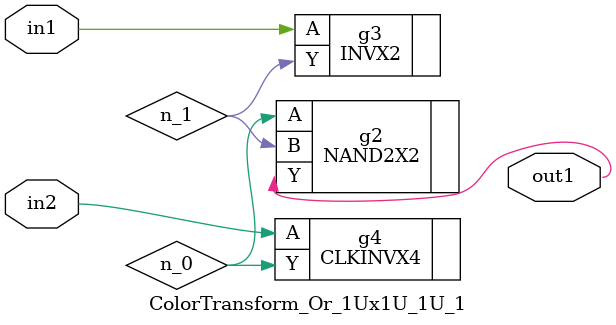
<source format=v>
`timescale 1ps / 1ps


module ColorTransform_Or_1Ux1U_1U_1(in2, in1, out1);
  input in2, in1;
  output out1;
  wire in2, in1;
  wire out1;
  wire n_0, n_1;
  NAND2X2 g2(.A (n_0), .B (n_1), .Y (out1));
  INVX2 g3(.A (in1), .Y (n_1));
  CLKINVX4 g4(.A (in2), .Y (n_0));
endmodule


</source>
